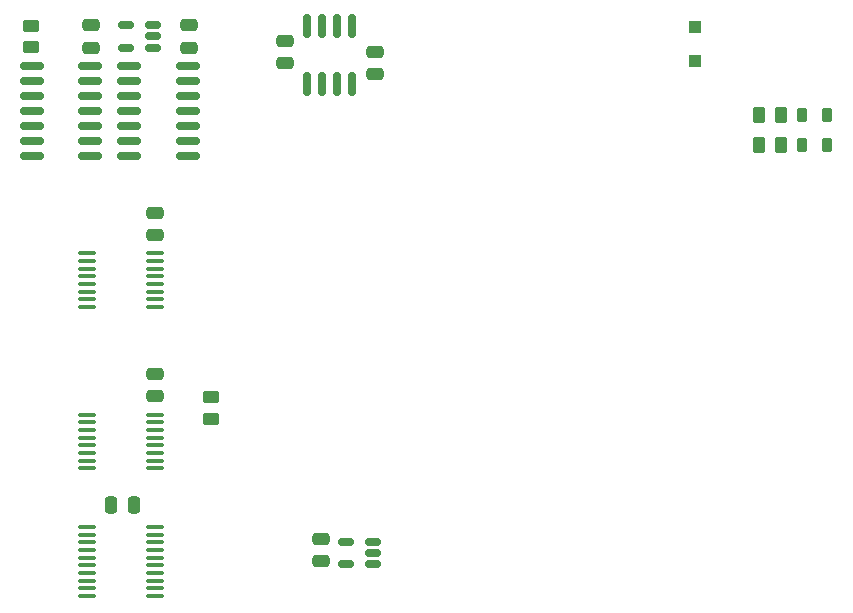
<source format=gbr>
G04 #@! TF.GenerationSoftware,KiCad,Pcbnew,7.0.5-0*
G04 #@! TF.CreationDate,2023-07-02T22:21:17-05:00*
G04 #@! TF.ProjectId,PicoGUS,5069636f-4755-4532-9e6b-696361645f70,rev?*
G04 #@! TF.SameCoordinates,Original*
G04 #@! TF.FileFunction,Paste,Top*
G04 #@! TF.FilePolarity,Positive*
%FSLAX46Y46*%
G04 Gerber Fmt 4.6, Leading zero omitted, Abs format (unit mm)*
G04 Created by KiCad (PCBNEW 7.0.5-0) date 2023-07-02 22:21:17*
%MOMM*%
%LPD*%
G01*
G04 APERTURE LIST*
G04 Aperture macros list*
%AMRoundRect*
0 Rectangle with rounded corners*
0 $1 Rounding radius*
0 $2 $3 $4 $5 $6 $7 $8 $9 X,Y pos of 4 corners*
0 Add a 4 corners polygon primitive as box body*
4,1,4,$2,$3,$4,$5,$6,$7,$8,$9,$2,$3,0*
0 Add four circle primitives for the rounded corners*
1,1,$1+$1,$2,$3*
1,1,$1+$1,$4,$5*
1,1,$1+$1,$6,$7*
1,1,$1+$1,$8,$9*
0 Add four rect primitives between the rounded corners*
20,1,$1+$1,$2,$3,$4,$5,0*
20,1,$1+$1,$4,$5,$6,$7,0*
20,1,$1+$1,$6,$7,$8,$9,0*
20,1,$1+$1,$8,$9,$2,$3,0*%
G04 Aperture macros list end*
%ADD10RoundRect,0.250000X0.475000X-0.250000X0.475000X0.250000X-0.475000X0.250000X-0.475000X-0.250000X0*%
%ADD11RoundRect,0.250000X-0.262500X-0.450000X0.262500X-0.450000X0.262500X0.450000X-0.262500X0.450000X0*%
%ADD12RoundRect,0.100000X-0.637500X-0.100000X0.637500X-0.100000X0.637500X0.100000X-0.637500X0.100000X0*%
%ADD13RoundRect,0.150000X-0.825000X-0.150000X0.825000X-0.150000X0.825000X0.150000X-0.825000X0.150000X0*%
%ADD14RoundRect,0.150000X-0.150000X0.825000X-0.150000X-0.825000X0.150000X-0.825000X0.150000X0.825000X0*%
%ADD15RoundRect,0.150000X0.512500X0.150000X-0.512500X0.150000X-0.512500X-0.150000X0.512500X-0.150000X0*%
%ADD16RoundRect,0.250000X0.250000X0.475000X-0.250000X0.475000X-0.250000X-0.475000X0.250000X-0.475000X0*%
%ADD17RoundRect,0.218750X-0.218750X-0.381250X0.218750X-0.381250X0.218750X0.381250X-0.218750X0.381250X0*%
%ADD18RoundRect,0.250000X0.450000X-0.262500X0.450000X0.262500X-0.450000X0.262500X-0.450000X-0.262500X0*%
%ADD19RoundRect,0.250000X-0.450000X0.262500X-0.450000X-0.262500X0.450000X-0.262500X0.450000X0.262500X0*%
%ADD20R,1.100000X1.100000*%
%ADD21RoundRect,0.250000X0.262500X0.450000X-0.262500X0.450000X-0.262500X-0.450000X0.262500X-0.450000X0*%
G04 APERTURE END LIST*
D10*
X168211500Y-68006000D03*
X168211500Y-66106000D03*
D11*
X208320000Y-74930000D03*
X210145000Y-74930000D03*
D12*
X151442500Y-84085000D03*
X151442500Y-84735000D03*
X151442500Y-85385000D03*
X151442500Y-86035000D03*
X151442500Y-86685000D03*
X151442500Y-87335000D03*
X151442500Y-87985000D03*
X151442500Y-88635000D03*
X157167500Y-88635000D03*
X157167500Y-87985000D03*
X157167500Y-87335000D03*
X157167500Y-86685000D03*
X157167500Y-86035000D03*
X157167500Y-85385000D03*
X157167500Y-84735000D03*
X157167500Y-84085000D03*
D13*
X155005000Y-68262500D03*
X155005000Y-69532500D03*
X155005000Y-70802500D03*
X155005000Y-72072500D03*
X155005000Y-73342500D03*
X155005000Y-74612500D03*
X155005000Y-75882500D03*
X159955000Y-75882500D03*
X159955000Y-74612500D03*
X159955000Y-73342500D03*
X159955000Y-72072500D03*
X159955000Y-70802500D03*
X159955000Y-69532500D03*
X159955000Y-68262500D03*
D14*
X173863000Y-64835000D03*
X172593000Y-64835000D03*
X171323000Y-64835000D03*
X170053000Y-64835000D03*
X170053000Y-69785000D03*
X171323000Y-69785000D03*
X172593000Y-69785000D03*
X173863000Y-69785000D03*
D10*
X157165000Y-82547500D03*
X157165000Y-80647500D03*
X171196000Y-110170000D03*
X171196000Y-108270000D03*
X151765000Y-66670000D03*
X151765000Y-64770000D03*
D12*
X151442500Y-97737500D03*
X151442500Y-98387500D03*
X151442500Y-99037500D03*
X151442500Y-99687500D03*
X151442500Y-100337500D03*
X151442500Y-100987500D03*
X151442500Y-101637500D03*
X151442500Y-102287500D03*
X157167500Y-102287500D03*
X157167500Y-101637500D03*
X157167500Y-100987500D03*
X157167500Y-100337500D03*
X157167500Y-99687500D03*
X157167500Y-99037500D03*
X157167500Y-98387500D03*
X157167500Y-97737500D03*
D15*
X157030000Y-66672500D03*
X157030000Y-65722500D03*
X157030000Y-64772500D03*
X154755000Y-64772500D03*
X154755000Y-66672500D03*
D13*
X146750000Y-68262500D03*
X146750000Y-69532500D03*
X146750000Y-70802500D03*
X146750000Y-72072500D03*
X146750000Y-73342500D03*
X146750000Y-74612500D03*
X146750000Y-75882500D03*
X151700000Y-75882500D03*
X151700000Y-74612500D03*
X151700000Y-73342500D03*
X151700000Y-72072500D03*
X151700000Y-70802500D03*
X151700000Y-69532500D03*
X151700000Y-68262500D03*
D16*
X155382000Y-105410000D03*
X153482000Y-105410000D03*
D17*
X211980000Y-74930000D03*
X214105000Y-74930000D03*
D10*
X160020000Y-66670000D03*
X160020000Y-64770000D03*
D17*
X211980000Y-72390000D03*
X214105000Y-72390000D03*
D18*
X146685000Y-66635000D03*
X146685000Y-64810000D03*
D19*
X161925000Y-96242500D03*
X161925000Y-98067500D03*
D20*
X202882500Y-64957500D03*
X202882500Y-67757500D03*
D15*
X175635500Y-110424000D03*
X175635500Y-109474000D03*
X175635500Y-108524000D03*
X173360500Y-108524000D03*
X173360500Y-110424000D03*
D10*
X175768000Y-68895000D03*
X175768000Y-66995000D03*
D12*
X151442500Y-107247500D03*
X151442500Y-107897500D03*
X151442500Y-108547500D03*
X151442500Y-109197500D03*
X151442500Y-109847500D03*
X151442500Y-110497500D03*
X151442500Y-111147500D03*
X151442500Y-111797500D03*
X151442500Y-112447500D03*
X151442500Y-113097500D03*
X157167500Y-113097500D03*
X157167500Y-112447500D03*
X157167500Y-111797500D03*
X157167500Y-111147500D03*
X157167500Y-110497500D03*
X157167500Y-109847500D03*
X157167500Y-109197500D03*
X157167500Y-108547500D03*
X157167500Y-107897500D03*
X157167500Y-107247500D03*
D10*
X157162500Y-96200000D03*
X157162500Y-94300000D03*
D21*
X210145000Y-72390000D03*
X208320000Y-72390000D03*
M02*

</source>
